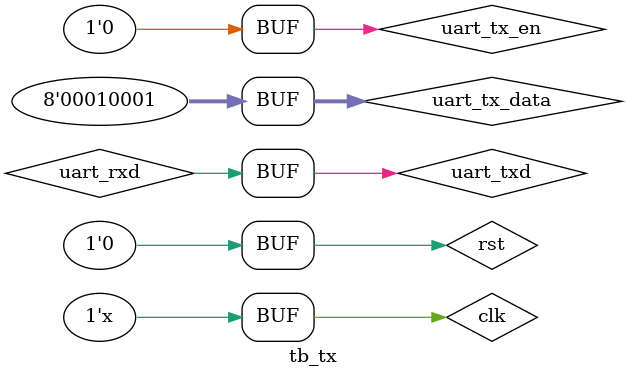
<source format=v>
module tb_tx;
reg clk, rst ,uart_tx_en, uart_rxd;
reg [7:0] uart_tx_data;
wire[7:0] uart_rx_data;
wire tx_busy, rx_busy;
wire uart_txd;

initial begin
clk = 0; rst = 1; uart_tx_en = 0; uart_rxd = 0;
uart_tx_data = 00010001;
#15; rst = 0;
#10; uart_tx_en = 1;
#15; uart_tx_en = 0;
end

always begin
#10; clk = ~clk; uart_rxd = uart_txd;
end

uart_tx dut1(clk, rst, uart_tx_en, uart_tx_data, tx_busy, uart_txd);
uart_rx dut2(clk, rst, uart_rxd, rx_busy , uart_rx_data);
endmodule

</source>
